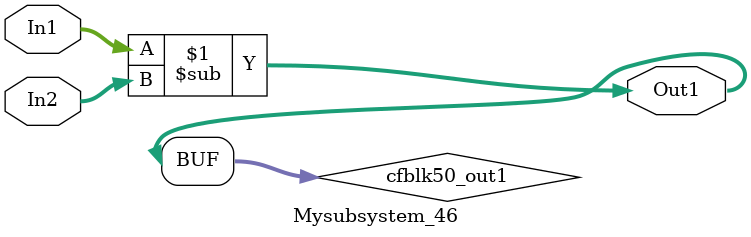
<source format=v>



`timescale 1 ns / 1 ns

module Mysubsystem_46
          (In1,
           In2,
           Out1);


  input   [7:0] In1;  // uint8
  input   [7:0] In2;  // uint8
  output  [7:0] Out1;  // uint8


  wire [7:0] cfblk50_out1;  // uint8


  assign cfblk50_out1 = In1 - In2;



  assign Out1 = cfblk50_out1;

endmodule  // Mysubsystem_46


</source>
